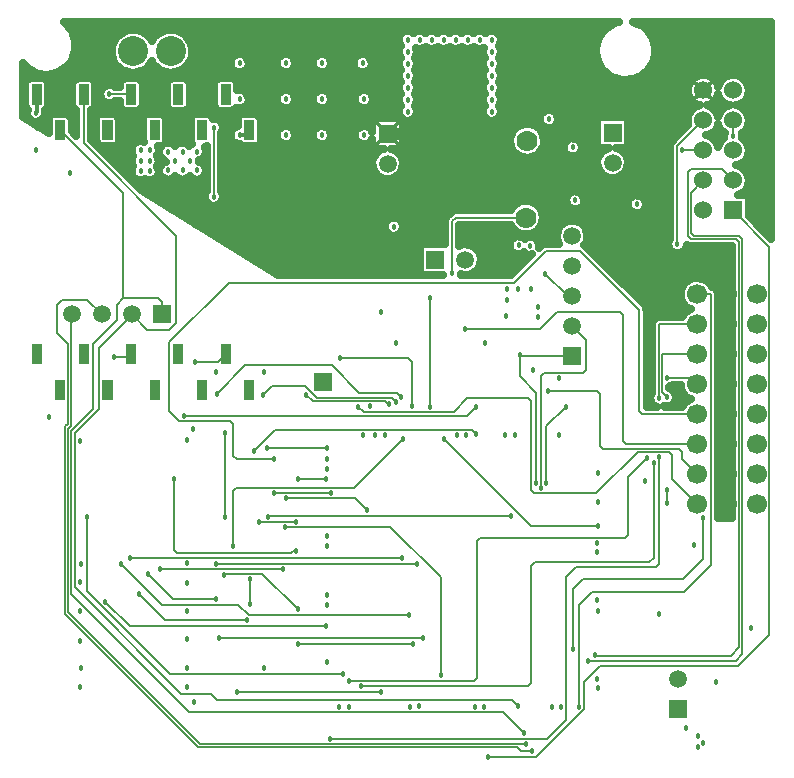
<source format=gbl>
G04 DipTrace 2.3.1.0*
%INAutoPilot.GBL*%
%MOIN*%
%ADD13C,0.012*%
%ADD14C,0.005*%
%ADD15C,0.04*%
%ADD18C,0.015*%
%ADD20C,0.018*%
%ADD23C,0.025*%
%ADD24C,0.013*%
%ADD28C,0.07*%
%ADD41C,0.0669*%
%ADD44R,0.0591X0.0591*%
%ADD46C,0.0591*%
%ADD65C,0.06*%
%ADD66R,0.06X0.06*%
%ADD67C,0.1*%
%FSLAX44Y44*%
G04*
G70*
G90*
G75*
G01*
%LNBottom*%
%LPD*%
X783Y22861D2*
D13*
Y22268D1*
X770Y22255D1*
X23800Y11200D2*
D15*
Y12200D1*
Y9200D2*
Y10200D1*
Y16200D2*
Y16801D1*
X23081Y17520D1*
X21670D1*
X20397D1*
X18952Y18965D1*
X18138D1*
X15543Y21560D1*
X12480D1*
X23800Y15200D2*
Y16200D1*
Y14200D2*
Y15200D1*
Y13200D2*
Y14200D1*
Y12200D2*
Y13200D1*
Y11200D2*
Y10200D1*
X21670Y17520D2*
D18*
Y20090D1*
X17760Y9910D2*
D14*
Y11800D1*
X18420Y12460D1*
X12522Y12546D2*
X12487D1*
X12395Y12638D1*
X9982D1*
X9760Y12860D1*
X13880Y12460D2*
Y16090D1*
X15837Y787D2*
X17441D1*
X19033Y2379D1*
Y3291D1*
X19555Y3813D1*
X24178D1*
X25210Y4845D1*
Y17790D1*
X24000Y19000D1*
X11500Y12460D2*
X11690Y12270D1*
X14680D1*
X15140Y12730D1*
X17150D1*
X17250Y12630D1*
Y9670D1*
X17350Y9570D1*
X19430D1*
X20820Y10960D1*
X21870D1*
X21970Y10860D1*
Y10030D1*
X22800Y9200D1*
X23005Y8742D2*
Y7367D1*
X22342Y6704D1*
X19006D1*
X18664Y6363D1*
Y4363D1*
X17840Y12990D2*
X19470D1*
X19570Y12890D1*
Y11160D1*
X19670Y11060D1*
X22190D1*
X22290Y10960D1*
Y10710D1*
X22800Y10200D1*
X19386Y4169D2*
Y4145D1*
X23915D1*
X24210Y4440D1*
Y17940D1*
X24110Y18040D1*
X22580D1*
X22480Y18140D1*
Y20280D1*
X22580Y20380D1*
X23620D1*
X24000Y20000D1*
X15077Y15032D2*
Y15038D1*
X17576D1*
X18134Y15596D1*
X20244D1*
X20333Y15507D1*
Y11300D1*
X20433Y11200D1*
X22800D1*
X19150Y3977D2*
Y3984D1*
X24084D1*
X24310Y4210D1*
Y18040D1*
X24210Y18140D1*
X22680D1*
X22580Y18240D1*
Y19580D1*
X23000Y20000D1*
X8690Y10710D2*
X7450D1*
X7340Y10820D1*
Y11890D1*
X7240Y11990D1*
X5523D1*
X5193Y12320D1*
Y14603D1*
X7184Y16594D1*
X16699D1*
X17759Y17654D1*
X18903D1*
X20878Y15679D1*
Y12300D1*
X20978Y12200D1*
X22800D1*
X11210Y3300D2*
X15370D1*
X15477Y3407D1*
Y7980D1*
X15577Y8080D1*
X20390D1*
X20494Y8184D1*
Y10104D1*
X21130Y10740D1*
X21800Y13420D2*
X22800D1*
Y13200D1*
X22310Y21000D2*
X23000D1*
X11610Y3130D2*
X17160D1*
X17265Y3235D1*
Y7130D1*
X17405Y7270D1*
X21210D1*
X21360Y7420D1*
Y10580D1*
X21791Y12770D2*
X21630Y12931D1*
Y14200D1*
X22800D1*
X24000Y21463D2*
Y22000D1*
X10559Y1385D2*
X17811D1*
X18430Y2004D1*
Y6792D1*
X18766Y7128D1*
X21430D1*
X21530Y7228D1*
Y10790D1*
X21540Y12731D2*
X21530D1*
Y15200D1*
X22800D1*
X21800Y9240D2*
Y9670D1*
X22140Y17870D2*
Y21140D1*
X23000Y22000D1*
X18863Y2460D2*
Y5841D1*
X19290Y6268D1*
X22351D1*
X23260Y7177D1*
Y16200D1*
X22800D1*
X10419Y10042D2*
X9499D1*
X10445Y11072D2*
X8468D1*
X15439Y11542D2*
X15299Y11682D1*
X8719D1*
X8023Y10986D1*
X15419Y12462D2*
X15119Y12162D1*
X5698D1*
X9433Y7662D2*
X9319D1*
X9249Y7592D1*
X5459D1*
X5359Y7692D1*
Y10042D1*
X10579Y9582D2*
X8699D1*
X8999Y7042D2*
X4879D1*
X10995Y3530D2*
X5241D1*
X2469Y6302D1*
Y8782D1*
X9059Y8452D2*
X12569D1*
X14249Y6772D1*
Y3522D1*
X11800Y9000D2*
X11389Y9411D1*
X9099D1*
X12259Y2962D2*
X7459D1*
X13319Y4542D2*
X9499D1*
X13659Y4741D2*
X6869D1*
X7899Y6702D2*
Y5872D1*
X7017Y6852D2*
Y6890D1*
X8305D1*
X9486Y5708D1*
X4479Y6882D2*
X5319Y6042D1*
X6769D1*
X4210Y6220D2*
X5068Y5362D1*
X7789D1*
X3051Y5960D2*
X3879Y5132D1*
X10419D1*
X13459Y7212D2*
X6769D1*
X3609D2*
X4959Y5862D1*
X7509D1*
X7859Y5512D1*
X13209D1*
X8509Y8792D2*
Y8805D1*
X16595D1*
X12950Y7420D2*
X3891D1*
X7059Y11572D2*
Y8782D1*
X9439Y8622D2*
X8179D1*
X12989Y11382D2*
X11359Y9752D1*
X7429D1*
X7329Y9652D1*
Y7822D1*
X7545Y21505D2*
D13*
X7695D1*
D14*
X7870Y21680D1*
X12758Y12616D2*
X12613Y12760D1*
X10120D1*
X9730Y13150D1*
X8620D1*
X8330Y12860D1*
X18634Y16143D2*
X18480D1*
X17740Y16883D1*
X16879Y14171D2*
Y13465D1*
X17420Y12924D1*
Y9910D1*
X18634Y14143D2*
X16907D1*
X16879Y14171D1*
X18634Y15143D2*
X19110Y14667D1*
Y13690D1*
X19010Y13590D1*
X17690D1*
X17590Y13490D1*
Y9740D1*
X14636Y16915D2*
Y18646D1*
X14750Y18760D1*
X17090D1*
X6695Y21755D2*
Y19455D1*
X12932Y12787D2*
X12792Y12926D1*
X11526D1*
X10622Y13830D1*
X7740D1*
X6780Y12870D1*
X14349Y11382D2*
X17249Y8482D1*
X19499D1*
X3210Y22870D2*
X3924D1*
X3933Y22861D1*
X10890Y14080D2*
X13160D1*
X13286Y13954D1*
Y12485D1*
X6070Y13930D2*
X6813D1*
X7083Y14200D1*
X17311Y973D2*
X16924D1*
X16792Y1106D1*
X6177D1*
X1729Y5554D1*
Y11801D1*
X1820Y11892D1*
Y14557D1*
X1450Y14926D1*
Y15841D1*
X1632Y16023D1*
X2452D1*
X2945Y15530D1*
X3370Y14105D2*
X3838D1*
X3933Y14200D1*
X17092Y1210D2*
X6236D1*
X1834Y5612D1*
Y11720D1*
X1938Y11825D1*
Y15523D1*
X1945Y15530D1*
X16820Y2480D2*
X16620Y2680D1*
X6780D1*
X6580Y2880D1*
X5595D1*
X2045Y6430D1*
Y11580D1*
X2845Y12380D1*
Y14405D1*
X3945Y15505D1*
Y15530D1*
X4470Y15005D1*
X5195D1*
X5420Y15230D1*
Y18160D1*
X2345Y21235D1*
Y22848D1*
X2358Y22861D1*
X17030Y1571D2*
X16320Y2280D1*
X5870D1*
X1938Y6212D1*
Y11658D1*
X2645Y12365D1*
Y14530D1*
X3445Y15330D1*
Y15855D1*
X3670Y16080D1*
X4820D1*
X4945Y15955D1*
Y15530D1*
X1571Y21680D2*
X3677Y19574D1*
Y16087D1*
X3670Y16080D1*
D20*
X10459Y3954D3*
X18209Y11514D3*
X770Y22255D3*
X1880Y20250D3*
X1181Y12101D3*
X21544Y5531D3*
X23421Y3290D3*
X22833Y1474D3*
X770Y22255D3*
X12522Y12546D3*
X9760Y12860D3*
X23005Y8742D3*
X18664Y4363D3*
X11210Y3300D3*
X21130Y10740D3*
X21800Y13420D3*
X11610Y3130D3*
X21360Y10580D3*
X21791Y12770D3*
X10559Y1385D3*
X21530Y10790D3*
X21540Y12731D3*
X18863Y2460D3*
X10419Y10042D3*
X9499D3*
X10445Y11072D3*
X8468D3*
X15439Y11542D3*
X8023Y10986D3*
X15419Y12462D3*
X5698Y12162D3*
X9433Y7662D3*
X5359Y10042D3*
X10579Y9582D3*
X8699D3*
X8999Y7042D3*
X4879D3*
X10995Y3530D3*
X2469Y8782D3*
X9059Y8452D3*
X14249Y3522D3*
X11800Y9000D3*
X9099Y9411D3*
X12259Y2962D3*
X7459D3*
X13319Y4542D3*
X9499D3*
X13659Y4741D3*
X6869D3*
X7899Y6702D3*
Y5872D3*
X7017Y6852D3*
X9486Y5708D3*
X4479Y6882D3*
X6769Y6042D3*
X4210Y6220D3*
X7789Y5362D3*
X3051Y5960D3*
X10419Y5132D3*
X13459Y7212D3*
X6769D3*
X3609D3*
X13209Y5512D3*
X8509Y8792D3*
X16595Y8805D3*
X12950Y7420D3*
X3891D3*
X7059Y11572D3*
Y8782D3*
X9439Y8622D3*
X8179D3*
X12989Y11382D3*
X7329Y7822D3*
X6001Y11701D3*
X18648Y21098D3*
X16837Y16373D3*
X8364Y3754D3*
X6020Y2620D3*
X7545Y21505D3*
X12695Y18455D3*
X22814Y1111D3*
X22683Y7844D3*
X8377Y13598D3*
X12758Y12616D3*
X8330Y12860D3*
X17740Y16883D3*
X6695Y21755D3*
Y19455D3*
X12932Y12787D3*
X6780Y12870D3*
X14349Y11382D3*
X19499Y8482D3*
X3210Y22870D3*
X10890Y14080D3*
X13286Y12485D3*
X6070Y13930D3*
X17311Y973D3*
X3370Y14105D3*
X17092Y1210D3*
X16820Y2480D3*
X17030Y1571D3*
X4545Y21005D3*
Y20655D3*
Y20305D3*
X4245Y21005D3*
Y20655D3*
Y20305D3*
X6120Y20955D3*
Y20330D3*
X5895Y20630D3*
X5645Y20955D3*
Y20330D3*
X5395Y20630D3*
X5170Y20955D3*
Y20330D3*
X15961Y23087D3*
X11645Y23905D3*
X11695Y21505D3*
X10295Y23905D3*
Y21505D3*
X9095Y23905D3*
X7545D3*
X15961Y23487D3*
X9095Y21505D3*
X11695Y22705D3*
X10295D3*
X9095D3*
X7545D3*
X15961Y23887D3*
Y24287D3*
Y24687D3*
X15561D3*
X15161D3*
X14761D3*
X14361D3*
X13961D3*
X13561D3*
X13161D3*
Y24287D3*
Y23887D3*
Y23487D3*
Y23087D3*
Y22687D3*
Y22287D3*
X15961Y22687D3*
Y22287D3*
X11908Y12467D3*
X5782Y7251D3*
Y5651D3*
Y3751D3*
Y11351D3*
Y3101D3*
X2232Y4651D3*
Y6601D3*
X19509Y10262D3*
X12379Y11508D3*
X11659Y11512D3*
X19467Y7909D3*
X19464Y6012D3*
X19470Y3380D3*
X18259Y2462D3*
X15709D3*
X13530Y2473D3*
X11180Y2462D3*
X10459Y5862D3*
Y7821D3*
X10467Y10370D3*
X16409Y11512D3*
X14809D3*
X19510Y9270D3*
X770Y21005D3*
X17488Y15443D3*
X16447Y16008D3*
X16413Y15493D3*
X16849Y17835D3*
X17238Y17828D3*
X18648Y21098D3*
X5782Y6577D3*
Y4701D3*
X23000Y1250D3*
X2232Y11301D3*
X20790Y19200D3*
X2273Y3742D3*
X12260Y15620D3*
X2232Y3101D3*
Y5651D3*
X2276Y7201D3*
X6001Y11701D3*
X15743Y14588D3*
X18209Y13421D3*
X12771Y14580D3*
X12059Y11512D3*
X21065Y9974D3*
X19476Y7600D3*
X19491Y5635D3*
X19499Y3081D3*
X6770Y13620D3*
X17959Y2462D3*
X22440Y1760D3*
X15409Y2462D3*
X24605Y5095D3*
X13228Y2462D3*
X23421Y3290D3*
X10859Y2462D3*
X18740Y19332D3*
X10468Y6189D3*
X17862Y22038D3*
X10447Y8148D3*
X17342Y13688D3*
X10459Y10712D3*
X16715Y11500D3*
X1181Y12101D3*
X15109Y11512D3*
X1880Y20250D3*
X21670Y20090D3*
X17488Y15793D3*
X18420Y12460D3*
X16463Y16368D3*
X17760Y9910D3*
X17263Y16393D3*
X13880Y16090D3*
Y12460D3*
X15837Y787D3*
X11500Y12460D3*
X17840Y12990D3*
X19386Y4169D3*
X15077Y15032D3*
X19150Y3977D3*
X8690Y10710D3*
X22310Y21000D3*
X24000Y21463D3*
X21800Y9670D3*
Y9240D3*
X22140Y17870D3*
X17420Y9910D3*
X16879Y14171D3*
X17590Y9740D3*
X14636Y16915D3*
X1945Y25026D2*
D23*
X19712D1*
X21125D2*
X25251D1*
X2063Y24778D2*
X3434D1*
X4555D2*
X4684D1*
X5805D2*
X12848D1*
X16273D2*
X19524D1*
X21309D2*
X25251D1*
X2102Y24529D2*
X3294D1*
X5945D2*
X12876D1*
X16242D2*
X19438D1*
X21398D2*
X25251D1*
X2074Y24280D2*
X3259D1*
X5981D2*
X12833D1*
X13488D2*
X15634D1*
X16289D2*
X19419D1*
X21418D2*
X25251D1*
X1981Y24032D2*
X3313D1*
X5930D2*
X7243D1*
X7844D2*
X8794D1*
X9395D2*
X9993D1*
X10594D2*
X11345D1*
X11945D2*
X12868D1*
X13453D2*
X15669D1*
X16250D2*
X19462D1*
X21371D2*
X25251D1*
X1789Y23783D2*
X3485D1*
X4504D2*
X4735D1*
X5754D2*
X7243D1*
X7848D2*
X8794D1*
X9398D2*
X9993D1*
X10598D2*
X11345D1*
X11945D2*
X12852D1*
X13469D2*
X15653D1*
X16270D2*
X19583D1*
X21254D2*
X25251D1*
X344Y23534D2*
X934D1*
X1266D2*
X12837D1*
X13484D2*
X15638D1*
X16285D2*
X19825D1*
X21012D2*
X25251D1*
X1168Y23285D2*
X1973D1*
X2742D2*
X3548D1*
X4316D2*
X5122D1*
X5895D2*
X6696D1*
X7469D2*
X12907D1*
X13414D2*
X15708D1*
X16215D2*
X22548D1*
X24449D2*
X25251D1*
X1188Y23037D2*
X1954D1*
X2762D2*
X2931D1*
X4340D2*
X5102D1*
X5914D2*
X6677D1*
X7488D2*
X12837D1*
X13484D2*
X15638D1*
X16285D2*
X22462D1*
X24535D2*
X25251D1*
X1188Y22788D2*
X1954D1*
X2762D2*
X2894D1*
X4340D2*
X5102D1*
X5914D2*
X6677D1*
X7859D2*
X8778D1*
X9410D2*
X9977D1*
X10609D2*
X11380D1*
X12012D2*
X12848D1*
X13473D2*
X15649D1*
X16270D2*
X22509D1*
X24492D2*
X25251D1*
X1188Y22539D2*
X1954D1*
X2762D2*
X3528D1*
X4340D2*
X5102D1*
X5914D2*
X6677D1*
X7824D2*
X8817D1*
X9375D2*
X10016D1*
X10574D2*
X11415D1*
X11973D2*
X12872D1*
X13449D2*
X15673D1*
X16250D2*
X22751D1*
X23250D2*
X23751D1*
X24250D2*
X25251D1*
X1094Y22291D2*
X2083D1*
X2609D2*
X12833D1*
X13488D2*
X15634D1*
X16289D2*
X17669D1*
X18055D2*
X22552D1*
X24449D2*
X25251D1*
X1012Y22042D2*
X1169D1*
X2609D2*
X2745D1*
X3551D2*
X4317D1*
X5125D2*
X5891D1*
X6816D2*
X7466D1*
X8273D2*
X11946D1*
X13363D2*
X15759D1*
X16164D2*
X17536D1*
X18191D2*
X19446D1*
X20512D2*
X22466D1*
X24535D2*
X25251D1*
X844Y21793D2*
X1165D1*
X2609D2*
X2737D1*
X3551D2*
X4313D1*
X5125D2*
X5891D1*
X7020D2*
X7427D1*
X8273D2*
X8977D1*
X9214D2*
X10177D1*
X10411D2*
X11579D1*
X11812D2*
X11946D1*
X13012D2*
X16802D1*
X17457D2*
X17661D1*
X18066D2*
X19446D1*
X20512D2*
X22431D1*
X24496D2*
X25251D1*
X2609Y21545D2*
X2737D1*
X3551D2*
X4313D1*
X5125D2*
X5891D1*
X6957D2*
X7220D1*
X8273D2*
X8770D1*
X9422D2*
X9970D1*
X10621D2*
X11368D1*
X13012D2*
X16591D1*
X17672D2*
X19446D1*
X20512D2*
X22184D1*
X23262D2*
X23684D1*
X24316D2*
X25251D1*
X3547Y21296D2*
X4138D1*
X5121D2*
X5895D1*
X6957D2*
X7302D1*
X8270D2*
X8852D1*
X9340D2*
X10052D1*
X10539D2*
X11450D1*
X13012D2*
X16544D1*
X17715D2*
X18395D1*
X18902D2*
X19446D1*
X20512D2*
X21934D1*
X24445D2*
X25251D1*
X2895Y21047D2*
X3919D1*
X6957D2*
X12309D1*
X12648D2*
X16610D1*
X17648D2*
X18325D1*
X18973D2*
X19735D1*
X20227D2*
X21876D1*
X24535D2*
X25251D1*
X3145Y20799D2*
X3954D1*
X6957D2*
X12005D1*
X12953D2*
X16891D1*
X17367D2*
X18575D1*
X18717D2*
X19493D1*
X20469D2*
X21876D1*
X24496D2*
X25251D1*
X3391Y20550D2*
X3934D1*
X6957D2*
X11946D1*
X13012D2*
X19450D1*
X20512D2*
X21876D1*
X24270D2*
X25251D1*
X3641Y20301D2*
X3919D1*
X6957D2*
X12016D1*
X12941D2*
X19536D1*
X20422D2*
X21876D1*
X24441D2*
X25251D1*
X3891Y20053D2*
X4052D1*
X4738D2*
X5024D1*
X5316D2*
X5497D1*
X5793D2*
X5973D1*
X6266D2*
X6431D1*
X6957D2*
X21876D1*
X24535D2*
X25251D1*
X4137Y19804D2*
X6431D1*
X6957D2*
X21876D1*
X24500D2*
X25251D1*
X4457Y19555D2*
X6384D1*
X7004D2*
X18509D1*
X18969D2*
X21876D1*
X24281D2*
X25251D1*
X4859Y19306D2*
X6407D1*
X6984D2*
X16931D1*
X17250D2*
X18415D1*
X19066D2*
X20481D1*
X21098D2*
X21876D1*
X24539D2*
X25251D1*
X5258Y19058D2*
X16587D1*
X17594D2*
X18587D1*
X18895D2*
X20497D1*
X21082D2*
X21876D1*
X24539D2*
X25251D1*
X5660Y18809D2*
X14438D1*
X17676D2*
X21876D1*
X24551D2*
X25251D1*
X6063Y18560D2*
X12388D1*
X13004D2*
X14372D1*
X17641D2*
X18321D1*
X18949D2*
X21876D1*
X24801D2*
X25251D1*
X6461Y18312D2*
X12403D1*
X12988D2*
X14372D1*
X14898D2*
X16723D1*
X17457D2*
X18130D1*
X19137D2*
X21876D1*
X25051D2*
X25251D1*
X6863Y18063D2*
X14372D1*
X14898D2*
X16626D1*
X17453D2*
X18106D1*
X19160D2*
X21876D1*
X7266Y17814D2*
X13544D1*
X15328D2*
X16520D1*
X19102D2*
X21817D1*
X7668Y17566D2*
X13544D1*
X15566D2*
X16684D1*
X19352D2*
X23946D1*
X8066Y17317D2*
X13544D1*
X15609D2*
X17059D1*
X19602D2*
X23946D1*
X8469Y17068D2*
X13544D1*
X15520D2*
X16813D1*
X19848D2*
X23946D1*
X20098Y16820D2*
X23946D1*
X20348Y16571D2*
X22372D1*
X23227D2*
X23946D1*
X20594Y16322D2*
X22243D1*
X23488D2*
X23946D1*
X20844Y16074D2*
X22243D1*
X23523D2*
X23946D1*
X21090Y15825D2*
X22376D1*
X23523D2*
X23946D1*
X21141Y15576D2*
X22376D1*
X23523D2*
X23946D1*
X21141Y15327D2*
X21306D1*
X23523D2*
X23946D1*
X21141Y15079D2*
X21270D1*
X23523D2*
X23946D1*
X21141Y14830D2*
X21270D1*
X23523D2*
X23946D1*
X21141Y14581D2*
X21270D1*
X23523D2*
X23946D1*
X21141Y14333D2*
X21270D1*
X23523D2*
X23946D1*
X21141Y14084D2*
X21270D1*
X23523D2*
X23946D1*
X21141Y13835D2*
X21270D1*
X23523D2*
X23946D1*
X21141Y13587D2*
X21270D1*
X23523D2*
X23946D1*
X21141Y13338D2*
X21270D1*
X23523D2*
X23946D1*
X21141Y13089D2*
X21270D1*
X21895D2*
X22239D1*
X23523D2*
X23946D1*
X22109Y12841D2*
X22360D1*
X23523D2*
X23946D1*
X22063Y12592D2*
X22391D1*
X23523D2*
X23946D1*
X23523Y12343D2*
X23946D1*
X23523Y12095D2*
X23946D1*
X23523Y11846D2*
X23946D1*
X23523Y11597D2*
X23946D1*
X23523Y11348D2*
X23946D1*
X23523Y11100D2*
X23946D1*
X23523Y10851D2*
X23946D1*
X23523Y10602D2*
X23946D1*
X23523Y10354D2*
X23946D1*
X23523Y10105D2*
X23946D1*
X23523Y9856D2*
X23946D1*
X23523Y9608D2*
X23946D1*
X23523Y9359D2*
X23946D1*
X23523Y9110D2*
X23946D1*
X23523Y8862D2*
X23946D1*
X17639Y18636D2*
X17599Y18518D1*
X17533Y18412D1*
X17445Y18323D1*
X17340Y18256D1*
X17223Y18213D1*
X17100Y18197D1*
X16975Y18209D1*
X16857Y18248D1*
X16750Y18312D1*
X16659Y18398D1*
X16583Y18520D1*
X14875Y18522D1*
X14874Y17822D1*
X14933Y17847D1*
X15056Y17867D1*
X15181Y17857D1*
X15299Y17816D1*
X15403Y17749D1*
X15488Y17657D1*
X15548Y17548D1*
X15580Y17428D1*
X15585Y17359D1*
X15569Y17235D1*
X15525Y17119D1*
X15453Y17017D1*
X15358Y16936D1*
X15247Y16880D1*
X15125Y16853D1*
X15000Y16857D1*
X14936Y16875D1*
X14934Y16832D1*
X16602D1*
X17302Y17533D1*
X17214Y17526D1*
X17095Y17561D1*
X17044Y17603D1*
X16948Y17549D1*
X16825Y17533D1*
X16706Y17568D1*
X16611Y17648D1*
X16556Y17759D1*
X16550Y17883D1*
X16594Y17999D1*
X16681Y18087D1*
X16796Y18133D1*
X16920Y18129D1*
X17032Y18076D1*
X17045Y18061D1*
X17070Y18080D1*
X17185Y18126D1*
X17309Y18122D1*
X17421Y18069D1*
X17503Y17975D1*
X17541Y17828D1*
X17526Y17756D1*
X17591Y17822D1*
X17702Y17884D1*
X17884Y17892D1*
X18193D1*
X18135Y18047D1*
X18126Y18171D1*
X18149Y18294D1*
X18200Y18407D1*
X18277Y18505D1*
X18376Y18581D1*
X18491Y18631D1*
X18614Y18651D1*
X18738Y18640D1*
X18856Y18600D1*
X18961Y18532D1*
X19046Y18441D1*
X19106Y18332D1*
X19138Y18211D1*
X19142Y18143D1*
X19127Y18019D1*
X19082Y17903D1*
X19044Y17849D1*
X21046Y15847D1*
X21108Y15736D1*
X21116Y15554D1*
Y12441D1*
X21466Y12438D1*
X21397Y12464D1*
X21302Y12543D1*
X21247Y12655D1*
X21241Y12779D1*
X21294Y12903D1*
X21292Y15200D1*
X21324Y15319D1*
X21412Y15406D1*
X21530Y15438D1*
X22307D1*
X22395Y15569D1*
X22489Y15651D1*
X22582Y15700D1*
X22545Y15715D1*
X22442Y15785D1*
X22358Y15877D1*
X22296Y15985D1*
X22261Y16105D1*
X22253Y16230D1*
X22274Y16352D1*
X22322Y16468D1*
X22395Y16569D1*
X22489Y16651D1*
X22599Y16709D1*
X22720Y16742D1*
X22844Y16746D1*
X22967Y16722D1*
X23080Y16670D1*
X23180Y16595D1*
X23259Y16499D1*
X23292Y16432D1*
X23379Y16406D1*
X23466Y16318D1*
X23498Y16200D1*
Y8751D1*
X23974D1*
X23972Y10315D1*
Y17803D1*
X22580Y17802D1*
X22458Y17837D1*
X22481Y17824D1*
X22346Y17647D1*
X22239Y17584D1*
X22116Y17568D1*
X21997Y17603D1*
X21902Y17683D1*
X21847Y17794D1*
X21841Y17918D1*
X21885Y18034D1*
X21904Y18053D1*
X21902Y20370D1*
Y21140D1*
X21937Y21262D1*
X22060Y21397D1*
X22510Y21847D1*
X22487Y22013D1*
X22506Y22137D1*
X22553Y22252D1*
X22627Y22352D1*
X22723Y22432D1*
X22836Y22486D1*
X22882Y22501D1*
X22765Y22544D1*
X22662Y22614D1*
X22579Y22707D1*
X22521Y22817D1*
X22491Y22939D1*
Y23063D1*
X22521Y23184D1*
X22580Y23294D1*
X22663Y23387D1*
X22766Y23457D1*
X22884Y23500D1*
X23008Y23513D1*
X23131Y23496D1*
X23247Y23450D1*
X23348Y23377D1*
X23429Y23282D1*
X23484Y23170D1*
X23500Y23114D1*
X23553Y23252D1*
X23627Y23352D1*
X23723Y23432D1*
X23836Y23486D1*
X23958Y23511D1*
X24082Y23506D1*
X24202Y23472D1*
X24310Y23409D1*
X24399Y23322D1*
X24465Y23216D1*
X24504Y23098D1*
X24513Y23000D1*
X24498Y22876D1*
X24453Y22760D1*
X24382Y22658D1*
X24288Y22575D1*
X24177Y22519D1*
X24105Y22502D1*
X24202Y22472D1*
X24310Y22409D1*
X24399Y22322D1*
X24465Y22216D1*
X24504Y22098D1*
X24513Y22000D1*
X24498Y21876D1*
X24453Y21760D1*
X24382Y21658D1*
X24285Y21574D1*
X24303Y21463D1*
X24294Y21421D1*
X24399Y21322D1*
X24465Y21216D1*
X24504Y21098D1*
X24513Y21000D1*
X24498Y20876D1*
X24453Y20760D1*
X24382Y20658D1*
X24288Y20575D1*
X24177Y20519D1*
X24105Y20502D1*
X24202Y20472D1*
X24310Y20409D1*
X24399Y20322D1*
X24465Y20216D1*
X24504Y20098D1*
X24513Y20000D1*
X24498Y19876D1*
X24453Y19760D1*
X24382Y19658D1*
X24288Y19575D1*
X24151Y19512D1*
X24513Y19513D1*
Y18822D1*
X25276Y18061D1*
X25275Y24001D1*
Y25275D1*
X20654D1*
X20806Y25224D1*
X20917Y25167D1*
X21020Y25096D1*
X21113Y25013D1*
X21195Y24919D1*
X21264Y24815D1*
X21319Y24702D1*
X21360Y24584D1*
X21385Y24462D1*
X21394Y24328D1*
X21386Y24203D1*
X21362Y24081D1*
X21323Y23962D1*
X21269Y23850D1*
X21201Y23745D1*
X21120Y23650D1*
X21027Y23566D1*
X20925Y23494D1*
X20814Y23436D1*
X20697Y23393D1*
X20575Y23365D1*
X20451Y23352D1*
X20326Y23356D1*
X20203Y23376D1*
X20083Y23411D1*
X19969Y23461D1*
X19862Y23525D1*
X19764Y23603D1*
X19677Y23692D1*
X19601Y23792D1*
X19540Y23901D1*
X19492Y24016D1*
X19460Y24137D1*
X19444Y24261D1*
X19443Y24386D1*
X19458Y24510D1*
X19489Y24631D1*
X19536Y24747D1*
X19596Y24856D1*
X19670Y24956D1*
X19757Y25047D1*
X19854Y25125D1*
X19960Y25191D1*
X20074Y25242D1*
X20183Y25275D1*
X1693D1*
X1796Y25185D1*
X1877Y25091D1*
X1946Y24987D1*
X2002Y24875D1*
X2042Y24756D1*
X2067Y24634D1*
X2076Y24500D1*
X2068Y24375D1*
X2044Y24253D1*
X2005Y24134D1*
X1951Y24022D1*
X1883Y23917D1*
X1802Y23822D1*
X1710Y23738D1*
X1607Y23666D1*
X1497Y23608D1*
X1380Y23565D1*
X1258Y23537D1*
X1134Y23524D1*
X1009Y23528D1*
X885Y23548D1*
X766Y23583D1*
X651Y23633D1*
X544Y23697D1*
X446Y23775D1*
X319Y23917D1*
Y22775D1*
X317Y22103D1*
X1191Y21564D1*
X1190Y22015D1*
X1226Y22133D1*
X1325Y22211D1*
X1403Y22228D1*
X1738D1*
X1856Y22192D1*
X1935Y22093D1*
X1951Y22015D1*
Y21636D1*
X2107Y21485D1*
Y22333D1*
X2073Y22349D1*
X1994Y22448D1*
X1978Y22526D1*
Y23196D1*
X2014Y23314D1*
X2112Y23393D1*
X2191Y23409D1*
X2526D1*
X2643Y23373D1*
X2722Y23274D1*
X2739Y23196D1*
Y22526D1*
X2703Y22409D1*
X2604Y22330D1*
X2674Y22375D1*
X2583Y22223D1*
Y21330D1*
X3486Y20431D1*
X4245Y19671D1*
X8828Y16831D1*
X14344Y16832D1*
X14342Y16851D1*
X13568D1*
Y17867D1*
X14400D1*
X14398Y18646D1*
X14433Y18768D1*
X14414Y18731D1*
X14467Y18814D1*
X14582Y18929D1*
X14676Y18986D1*
X14633Y18967D1*
X14750Y18998D1*
X16582D1*
X16636Y19093D1*
X16721Y19185D1*
X16823Y19256D1*
X16939Y19303D1*
X17062Y19323D1*
X17187Y19315D1*
X17306Y19280D1*
X17416Y19220D1*
X17509Y19137D1*
X17581Y19035D1*
X17630Y18920D1*
X17653Y18760D1*
X17639Y18636D1*
X17679Y21195D2*
X17638Y21077D1*
X17572Y20971D1*
X17485Y20882D1*
X17380Y20815D1*
X17262Y20772D1*
X17139Y20756D1*
X17015Y20768D1*
X16896Y20807D1*
X16789Y20871D1*
X16699Y20957D1*
X16629Y21060D1*
X16585Y21177D1*
X16567Y21300D1*
X16576Y21425D1*
X16613Y21544D1*
X16675Y21652D1*
X16760Y21744D1*
X16862Y21815D1*
X16978Y21861D1*
X17101Y21881D1*
X17226Y21874D1*
X17346Y21839D1*
X17455Y21779D1*
X17548Y21696D1*
X17621Y21594D1*
X17669Y21479D1*
X17692Y21319D1*
X17679Y21195D1*
X22309Y12435D2*
X22395Y12569D1*
X22489Y12651D1*
X22582Y12700D1*
X22545Y12715D1*
X22442Y12785D1*
X22358Y12877D1*
X22296Y12985D1*
X22261Y13105D1*
X22256Y13179D1*
X21984Y13182D1*
X21899Y13134D1*
X21864Y13129D1*
X21868Y13063D1*
X21974Y13011D1*
X22056Y12917D1*
X22094Y12770D1*
X22069Y12648D1*
X21997Y12547D1*
X21890Y12484D1*
X21767Y12468D1*
X21711Y12484D1*
X21728Y12438D1*
X22310D1*
X19597Y22098D2*
X20489D1*
Y21082D1*
X20110D1*
X20203Y21047D1*
X20307Y20980D1*
X20392Y20888D1*
X20452Y20779D1*
X20484Y20659D1*
X20489Y20590D1*
X20473Y20466D1*
X20428Y20350D1*
X20357Y20248D1*
X20262Y20167D1*
X20151Y20111D1*
X20029Y20084D1*
X19904Y20088D1*
X19784Y20121D1*
X19676Y20183D1*
X19586Y20270D1*
X19520Y20375D1*
X19481Y20494D1*
X19473Y20618D1*
X19495Y20741D1*
X19546Y20855D1*
X19624Y20952D1*
X19723Y21028D1*
X19864Y21082D1*
X19472D1*
Y22098D1*
X19597D1*
X11997Y22068D2*
X12951D1*
X12923Y22100D1*
X12867Y22211D1*
X12862Y22335D1*
X12906Y22451D1*
X12936Y22481D1*
X12867Y22611D1*
X12862Y22735D1*
X12906Y22851D1*
X12936Y22881D1*
X12867Y23011D1*
X12862Y23135D1*
X12906Y23251D1*
X12936Y23281D1*
X12867Y23411D1*
X12862Y23535D1*
X12906Y23651D1*
X12936Y23681D1*
X12867Y23811D1*
X12862Y23935D1*
X12906Y24051D1*
X12936Y24081D1*
X12867Y24211D1*
X12862Y24335D1*
X12906Y24451D1*
X12936Y24481D1*
X12867Y24611D1*
X12862Y24735D1*
X12906Y24851D1*
X12993Y24939D1*
X13108Y24985D1*
X13232Y24981D1*
X13344Y24928D1*
X13357Y24913D1*
X13393Y24939D1*
X13508Y24985D1*
X13632Y24981D1*
X13744Y24928D1*
X13757Y24913D1*
X13793Y24939D1*
X13908Y24985D1*
X14032Y24981D1*
X14144Y24928D1*
X14157Y24913D1*
X14193Y24939D1*
X14308Y24985D1*
X14432Y24981D1*
X14544Y24928D1*
X14557Y24913D1*
X14593Y24939D1*
X14708Y24985D1*
X14832Y24981D1*
X14944Y24928D1*
X14957Y24913D1*
X14993Y24939D1*
X15108Y24985D1*
X15232Y24981D1*
X15344Y24928D1*
X15357Y24913D1*
X15393Y24939D1*
X15508Y24985D1*
X15632Y24981D1*
X15744Y24928D1*
X15757Y24913D1*
X15793Y24939D1*
X15908Y24985D1*
X16032Y24981D1*
X16144Y24928D1*
X16226Y24834D1*
X16264Y24687D1*
X16238Y24565D1*
X16187Y24493D1*
X16226Y24434D1*
X16264Y24287D1*
X16238Y24165D1*
X16187Y24093D1*
X16226Y24034D1*
X16264Y23887D1*
X16238Y23765D1*
X16187Y23693D1*
X16226Y23634D1*
X16264Y23487D1*
X16238Y23365D1*
X16187Y23293D1*
X16226Y23234D1*
X16264Y23087D1*
X16238Y22965D1*
X16187Y22893D1*
X16226Y22834D1*
X16264Y22687D1*
X16238Y22565D1*
X16187Y22493D1*
X16226Y22434D1*
X16264Y22287D1*
X16238Y22165D1*
X16166Y22064D1*
X16060Y22001D1*
X15937Y21985D1*
X15818Y22020D1*
X15723Y22100D1*
X15667Y22211D1*
X15662Y22335D1*
X15706Y22451D1*
X15736Y22481D1*
X15667Y22611D1*
X15662Y22735D1*
X15706Y22851D1*
X15736Y22881D1*
X15667Y23011D1*
X15662Y23135D1*
X15706Y23251D1*
X15736Y23281D1*
X15667Y23411D1*
X15662Y23535D1*
X15706Y23651D1*
X15736Y23681D1*
X15667Y23811D1*
X15662Y23935D1*
X15706Y24051D1*
X15736Y24081D1*
X15667Y24211D1*
X15662Y24335D1*
X15691Y24411D1*
X15537Y24385D1*
X15418Y24420D1*
X15367Y24462D1*
X15260Y24401D1*
X15137Y24385D1*
X15018Y24420D1*
X14967Y24462D1*
X14860Y24401D1*
X14737Y24385D1*
X14618Y24420D1*
X14567Y24462D1*
X14460Y24401D1*
X14337Y24385D1*
X14218Y24420D1*
X14167Y24462D1*
X14060Y24401D1*
X13937Y24385D1*
X13818Y24420D1*
X13767Y24462D1*
X13660Y24401D1*
X13537Y24385D1*
X13436Y24414D1*
X13464Y24287D1*
X13438Y24165D1*
X13387Y24093D1*
X13426Y24034D1*
X13464Y23887D1*
X13438Y23765D1*
X13387Y23693D1*
X13426Y23634D1*
X13464Y23487D1*
X13438Y23365D1*
X13387Y23293D1*
X13426Y23234D1*
X13464Y23087D1*
X13438Y22965D1*
X13387Y22893D1*
X13426Y22834D1*
X13464Y22687D1*
X13438Y22565D1*
X13387Y22493D1*
X13426Y22434D1*
X13464Y22287D1*
X13438Y22165D1*
X13366Y22064D1*
X13260Y22001D1*
X13137Y21985D1*
X13018Y22020D1*
X12923Y22100D1*
X12988Y22038D1*
Y21052D1*
X12608D1*
X12702Y21017D1*
X12807Y20949D1*
X12892Y20858D1*
X12952Y20749D1*
X12984Y20628D1*
X12988Y20560D1*
X12973Y20436D1*
X12928Y20320D1*
X12856Y20218D1*
X12762Y20137D1*
X12650Y20081D1*
X12528Y20054D1*
X12404Y20057D1*
X12284Y20091D1*
X12175Y20153D1*
X12086Y20239D1*
X12019Y20345D1*
X11981Y20464D1*
X11973Y20588D1*
X11995Y20711D1*
X12046Y20825D1*
X12123Y20922D1*
X12222Y20998D1*
X12364Y21052D1*
X11972D1*
Y21382D1*
X11901Y21282D1*
X11794Y21219D1*
X11671Y21203D1*
X11552Y21238D1*
X11457Y21318D1*
X11402Y21429D1*
X11396Y21553D1*
X11440Y21669D1*
X11527Y21757D1*
X11642Y21803D1*
X11766Y21799D1*
X11879Y21746D1*
X11960Y21652D1*
X11972Y21612D1*
Y22068D1*
X11997D1*
X7828Y22228D2*
X8037D1*
X8155Y22192D1*
X8234Y22093D1*
X8250Y22015D1*
Y21345D1*
X8215Y21227D1*
X8116Y21149D1*
X8037Y21132D1*
X7703D1*
X7582Y21171D1*
X7552Y21197D1*
X7402Y21238D1*
X7307Y21318D1*
X7252Y21429D1*
X7246Y21553D1*
X7290Y21669D1*
X7377Y21757D1*
X7489Y21802D1*
X7490Y22015D1*
X7525Y22133D1*
X7624Y22211D1*
X7703Y22228D1*
X7828D1*
X7040Y23409D2*
X7250D1*
X7368Y23373D1*
X7447Y23274D1*
X7463Y23196D1*
Y22997D1*
X7492Y23003D1*
X7616Y22999D1*
X7729Y22946D1*
X7810Y22852D1*
X7848Y22705D1*
X7823Y22584D1*
X7751Y22482D1*
X7644Y22419D1*
X7521Y22403D1*
X7435Y22428D1*
X7427Y22409D1*
X7328Y22330D1*
X7250Y22313D1*
X6915D1*
X6797Y22349D1*
X6718Y22448D1*
X6702Y22526D1*
Y23196D1*
X6738Y23314D1*
X6837Y23393D1*
X6915Y23409D1*
X7040D1*
X6253Y22228D2*
X6463D1*
X6580Y22192D1*
X6659Y22093D1*
X6671Y22057D1*
X6766Y22049D1*
X6879Y21996D1*
X6960Y21902D1*
X6998Y21755D1*
X6973Y21634D1*
X6934Y21580D1*
X6933Y19642D1*
X6960Y19602D1*
X6998Y19455D1*
X6973Y19334D1*
X6901Y19232D1*
X6794Y19169D1*
X6671Y19153D1*
X6552Y19188D1*
X6457Y19268D1*
X6402Y19379D1*
X6396Y19503D1*
X6440Y19619D1*
X6459Y19638D1*
X6457Y21131D1*
X6385Y21102D1*
X6423Y20955D1*
X6398Y20834D1*
X6326Y20732D1*
X6219Y20669D1*
X6192Y20665D1*
X6197Y20626D1*
X6304Y20571D1*
X6385Y20477D1*
X6423Y20330D1*
X6398Y20209D1*
X6326Y20107D1*
X6219Y20044D1*
X6096Y20028D1*
X5977Y20063D1*
X5885Y20140D1*
X5851Y20107D1*
X5744Y20044D1*
X5621Y20028D1*
X5502Y20063D1*
X5410Y20140D1*
X5376Y20107D1*
X5269Y20044D1*
X5146Y20028D1*
X5027Y20063D1*
X4932Y20143D1*
X4877Y20254D1*
X4871Y20378D1*
X4915Y20494D1*
X5002Y20582D1*
X5092Y20618D1*
X5027Y20688D1*
X4932Y20768D1*
X4877Y20879D1*
X4871Y21003D1*
X4915Y21119D1*
X4934Y21138D1*
X4821Y21132D1*
X4848Y21005D1*
X4823Y20884D1*
X4789Y20836D1*
X4810Y20802D1*
X4848Y20655D1*
X4823Y20534D1*
X4789Y20486D1*
X4810Y20452D1*
X4848Y20305D1*
X4823Y20184D1*
X4751Y20082D1*
X4644Y20019D1*
X4521Y20003D1*
X4399Y20040D1*
X4344Y20019D1*
X4221Y20003D1*
X4102Y20038D1*
X4007Y20118D1*
X3952Y20229D1*
X3946Y20353D1*
X3998Y20477D1*
X3952Y20579D1*
X3946Y20703D1*
X3998Y20827D1*
X3952Y20929D1*
X3946Y21053D1*
X3990Y21169D1*
X4077Y21257D1*
X4192Y21303D1*
X4316Y21299D1*
X4348Y21284D1*
X4340Y21345D1*
Y22015D1*
X4376Y22133D1*
X4475Y22211D1*
X4553Y22228D1*
X4888D1*
X5006Y22192D1*
X5085Y22093D1*
X5101Y22015D1*
X5095Y21302D1*
X5117Y21253D1*
X5241Y21249D1*
X5354Y21196D1*
X5402Y21140D1*
X5477Y21207D1*
X5592Y21253D1*
X5716Y21249D1*
X5829Y21196D1*
X5877Y21140D1*
X5963Y21212D1*
X5919Y21302D1*
X5915Y21595D1*
Y22015D1*
X5951Y22133D1*
X6049Y22211D1*
X6128Y22228D1*
X6253D1*
X5465Y23409D2*
X5675D1*
X5793Y23373D1*
X5872Y23274D1*
X5888Y23196D1*
Y22526D1*
X5852Y22409D1*
X5754Y22330D1*
X5675Y22313D1*
X5340D1*
X5223Y22349D1*
X5144Y22448D1*
X5127Y22526D1*
Y23196D1*
X5163Y23314D1*
X5262Y23393D1*
X5340Y23409D1*
X5465D1*
X3891D2*
X4100D1*
X4218Y23373D1*
X4297Y23274D1*
X4313Y23196D1*
Y22526D1*
X4278Y22409D1*
X4179Y22330D1*
X4100Y22313D1*
X3766D1*
X3648Y22349D1*
X3569Y22448D1*
X3553Y22526D1*
X3549Y22632D1*
X3397D1*
X3309Y22584D1*
X3186Y22568D1*
X3067Y22603D1*
X2972Y22683D1*
X2917Y22794D1*
X2911Y22918D1*
X2955Y23034D1*
X3042Y23122D1*
X3157Y23168D1*
X3281Y23164D1*
X3396Y23108D1*
X3550D1*
X3553Y23196D1*
X3588Y23314D1*
X3687Y23393D1*
X3766Y23409D1*
X3891D1*
X3103Y22228D2*
X3313D1*
X3431Y22192D1*
X3510Y22093D1*
X3526Y22015D1*
Y21345D1*
X3490Y21227D1*
X3391Y21149D1*
X3313Y21132D1*
X2978D1*
X2860Y21168D1*
X2781Y21267D1*
X2765Y21345D1*
Y22015D1*
X2801Y22133D1*
X2900Y22211D1*
X2978Y22228D1*
X3103D1*
X741Y23409D2*
X951D1*
X1069Y23373D1*
X1148Y23274D1*
X1164Y23196D1*
Y22526D1*
X1125Y22406D1*
X1099Y22375D1*
X1072Y22284D1*
X1048Y22134D1*
X976Y22032D1*
X869Y21969D1*
X746Y21953D1*
X627Y21988D1*
X532Y22068D1*
X477Y22179D1*
X471Y22303D1*
X492Y22357D1*
X467Y22375D1*
X408Y22483D1*
X403Y22776D1*
Y23196D1*
X439Y23314D1*
X538Y23393D1*
X616Y23409D1*
X741D1*
X23500Y22886D2*
X23464Y22782D1*
X23398Y22677D1*
X23308Y22590D1*
X23200Y22528D1*
X23113Y22500D1*
X23202Y22472D1*
X23310Y22409D1*
X23399Y22322D1*
X23465Y22216D1*
X23500Y22109D1*
X23553Y22252D1*
X23627Y22352D1*
X23723Y22432D1*
X23836Y22486D1*
X23893Y22498D1*
X23810Y22523D1*
X23701Y22583D1*
X23609Y22668D1*
X23541Y22772D1*
X23500Y22886D1*
X23718Y21574D2*
X23609Y21668D1*
X23541Y21772D1*
X23498Y21876D1*
X23453Y21760D1*
X23382Y21658D1*
X23288Y21575D1*
X23177Y21519D1*
X23105Y21502D1*
X23202Y21472D1*
X23310Y21409D1*
X23399Y21322D1*
X23465Y21216D1*
X23500Y21109D1*
X23553Y21252D1*
X23627Y21352D1*
X23702Y21414D1*
X23701Y21511D1*
X23722Y21565D1*
X11923Y23784D2*
X11851Y23682D1*
X11744Y23619D1*
X11621Y23603D1*
X11502Y23638D1*
X11407Y23718D1*
X11352Y23829D1*
X11346Y23953D1*
X11390Y24069D1*
X11477Y24157D1*
X11592Y24203D1*
X11716Y24199D1*
X11829Y24146D1*
X11910Y24052D1*
X11948Y23905D1*
X11923Y23784D1*
X10573D2*
X10501Y23682D1*
X10394Y23619D1*
X10271Y23603D1*
X10152Y23638D1*
X10057Y23718D1*
X10002Y23829D1*
X9996Y23953D1*
X10040Y24069D1*
X10127Y24157D1*
X10242Y24203D1*
X10366Y24199D1*
X10479Y24146D1*
X10560Y24052D1*
X10598Y23905D1*
X10573Y23784D1*
Y21384D2*
X10501Y21282D1*
X10394Y21219D1*
X10271Y21203D1*
X10152Y21238D1*
X10057Y21318D1*
X10002Y21429D1*
X9996Y21553D1*
X10040Y21669D1*
X10127Y21757D1*
X10242Y21803D1*
X10366Y21799D1*
X10479Y21746D1*
X10560Y21652D1*
X10598Y21505D1*
X10573Y21384D1*
X9373Y23784D2*
X9301Y23682D1*
X9194Y23619D1*
X9071Y23603D1*
X8952Y23638D1*
X8857Y23718D1*
X8802Y23829D1*
X8796Y23953D1*
X8840Y24069D1*
X8927Y24157D1*
X9042Y24203D1*
X9166Y24199D1*
X9279Y24146D1*
X9360Y24052D1*
X9398Y23905D1*
X9373Y23784D1*
X7823D2*
X7751Y23682D1*
X7644Y23619D1*
X7521Y23603D1*
X7402Y23638D1*
X7307Y23718D1*
X7252Y23829D1*
X7246Y23953D1*
X7290Y24069D1*
X7377Y24157D1*
X7492Y24203D1*
X7616Y24199D1*
X7729Y24146D1*
X7810Y24052D1*
X7848Y23905D1*
X7823Y23784D1*
X9373Y21384D2*
X9301Y21282D1*
X9194Y21219D1*
X9071Y21203D1*
X8952Y21238D1*
X8857Y21318D1*
X8802Y21429D1*
X8796Y21553D1*
X8840Y21669D1*
X8927Y21757D1*
X9042Y21803D1*
X9166Y21799D1*
X9279Y21746D1*
X9360Y21652D1*
X9398Y21505D1*
X9373Y21384D1*
X11973Y22584D2*
X11901Y22482D1*
X11794Y22419D1*
X11671Y22403D1*
X11552Y22438D1*
X11457Y22518D1*
X11402Y22629D1*
X11396Y22753D1*
X11440Y22869D1*
X11527Y22957D1*
X11642Y23003D1*
X11766Y22999D1*
X11879Y22946D1*
X11960Y22852D1*
X11998Y22705D1*
X11973Y22584D1*
X10573D2*
X10501Y22482D1*
X10394Y22419D1*
X10271Y22403D1*
X10152Y22438D1*
X10057Y22518D1*
X10002Y22629D1*
X9996Y22753D1*
X10040Y22869D1*
X10127Y22957D1*
X10242Y23003D1*
X10366Y22999D1*
X10479Y22946D1*
X10560Y22852D1*
X10598Y22705D1*
X10573Y22584D1*
X9373D2*
X9301Y22482D1*
X9194Y22419D1*
X9071Y22403D1*
X8952Y22438D1*
X8857Y22518D1*
X8802Y22629D1*
X8796Y22753D1*
X8840Y22869D1*
X8927Y22957D1*
X9042Y23003D1*
X9166Y22999D1*
X9279Y22946D1*
X9360Y22852D1*
X9398Y22705D1*
X9373Y22584D1*
X18925Y20976D2*
X18853Y20875D1*
X18747Y20812D1*
X18624Y20796D1*
X18505Y20831D1*
X18409Y20911D1*
X18354Y21022D1*
X18348Y21146D1*
X18393Y21262D1*
X18480Y21350D1*
X18595Y21396D1*
X18719Y21392D1*
X18831Y21339D1*
X18912Y21245D1*
X18951Y21098D1*
X18925Y20976D1*
X21068Y19079D2*
X20996Y18977D1*
X20889Y18914D1*
X20766Y18898D1*
X20647Y18933D1*
X20552Y19013D1*
X20497Y19124D1*
X20491Y19248D1*
X20535Y19364D1*
X20622Y19452D1*
X20737Y19498D1*
X20861Y19494D1*
X20974Y19441D1*
X21055Y19347D1*
X21093Y19200D1*
X21068Y19079D1*
X19017Y19210D2*
X18945Y19109D1*
X18839Y19045D1*
X18716Y19030D1*
X18597Y19065D1*
X18502Y19145D1*
X18446Y19256D1*
X18441Y19380D1*
X18485Y19496D1*
X18572Y19584D1*
X18687Y19630D1*
X18811Y19626D1*
X18923Y19573D1*
X19005Y19479D1*
X19043Y19332D1*
X19017Y19210D1*
X18140Y21917D2*
X18068Y21816D1*
X17961Y21752D1*
X17838Y21736D1*
X17719Y21771D1*
X17624Y21851D1*
X17569Y21962D1*
X17563Y22086D1*
X17607Y22202D1*
X17695Y22291D1*
X17810Y22337D1*
X17934Y22333D1*
X18046Y22279D1*
X18127Y22186D1*
X18165Y22038D1*
X18140Y21917D1*
X4620Y23965D2*
X4540Y23845D1*
X4451Y23757D1*
X4349Y23686D1*
X4235Y23634D1*
X4114Y23602D1*
X3990Y23592D1*
X3866Y23604D1*
X3745Y23637D1*
X3633Y23691D1*
X3531Y23764D1*
X3444Y23853D1*
X3373Y23956D1*
X3322Y24070D1*
X3291Y24191D1*
X3282Y24315D1*
X3295Y24439D1*
X3329Y24559D1*
X3383Y24672D1*
X3457Y24773D1*
X3547Y24859D1*
X3650Y24929D1*
X3764Y24980D1*
X3886Y25010D1*
X4010Y25018D1*
X4134Y25004D1*
X4254Y24969D1*
X4366Y24914D1*
X4466Y24840D1*
X4552Y24749D1*
X4619Y24649D1*
X4707Y24773D1*
X4797Y24859D1*
X4900Y24929D1*
X5014Y24980D1*
X5136Y25010D1*
X5260Y25018D1*
X5384Y25004D1*
X5504Y24969D1*
X5616Y24914D1*
X5716Y24840D1*
X5802Y24749D1*
X5871Y24645D1*
X5921Y24531D1*
X5950Y24410D1*
X5958Y24305D1*
X5947Y24181D1*
X5915Y24060D1*
X5862Y23947D1*
X5790Y23845D1*
X5701Y23757D1*
X5599Y23686D1*
X5485Y23634D1*
X5364Y23602D1*
X5240Y23592D1*
X5116Y23604D1*
X4995Y23637D1*
X4883Y23691D1*
X4781Y23764D1*
X4694Y23853D1*
X4622Y23959D1*
X1057Y22332D2*
X1073Y22255D1*
X1048Y22134D1*
X976Y22032D1*
X869Y21969D1*
X746Y21953D1*
X627Y21988D1*
X532Y22068D1*
X477Y22179D1*
X471Y22303D1*
X492Y22357D1*
X419Y22448D1*
X18925Y20976D2*
X18853Y20875D1*
X18747Y20812D1*
X18624Y20796D1*
X18505Y20831D1*
X18409Y20911D1*
X18354Y21022D1*
X18348Y21146D1*
X18393Y21262D1*
X18480Y21350D1*
X18595Y21396D1*
X18719Y21392D1*
X18831Y21339D1*
X18912Y21245D1*
X18951Y21098D1*
X18925Y20976D1*
X12973Y18334D2*
X12901Y18232D1*
X12794Y18169D1*
X12671Y18153D1*
X12552Y18188D1*
X12457Y18268D1*
X12402Y18379D1*
X12396Y18503D1*
X12440Y18619D1*
X12528Y18707D1*
X12643Y18753D1*
X12767Y18750D1*
X12879Y18696D1*
X12960Y18602D1*
X12998Y18455D1*
X12973Y18334D1*
X11972Y22068D2*
D24*
X12988Y21052D1*
Y22068D2*
X11972Y21052D1*
X22638Y23362D2*
X23362Y22638D1*
Y23362D2*
X22638Y22638D1*
D28*
X17090Y18760D3*
X17129Y21319D3*
D41*
X22800Y9200D3*
Y10200D3*
Y11200D3*
Y12200D3*
Y13200D3*
Y14200D3*
Y15200D3*
Y16200D3*
X23800Y9200D3*
Y10200D3*
Y11200D3*
Y12200D3*
Y13200D3*
Y14200D3*
Y15200D3*
Y16200D3*
X24800Y9200D3*
Y10200D3*
Y11200D3*
Y12200D3*
Y13200D3*
Y14200D3*
Y15200D3*
Y16200D3*
D44*
X4945Y15530D3*
D46*
X3945D3*
X2945D3*
X1945D3*
D44*
X19980Y21590D3*
D46*
Y20590D3*
D44*
X22175Y2386D3*
D46*
Y3386D3*
D44*
X12480Y21560D3*
D46*
Y20560D3*
D44*
X18634Y14143D3*
D46*
Y15143D3*
Y16143D3*
Y17143D3*
Y18143D3*
D44*
X10330Y13290D3*
G36*
X8037Y22015D2*
X7703D1*
Y21345D1*
X8037D1*
Y22015D1*
G37*
G36*
X7250Y23196D2*
X6915D1*
Y22526D1*
X7250D1*
Y23196D1*
G37*
G36*
X6463Y22015D2*
X6128D1*
Y21345D1*
X6463D1*
Y22015D1*
G37*
G36*
X5675Y23196D2*
X5340D1*
Y22526D1*
X5675D1*
Y23196D1*
G37*
G36*
X4888Y22015D2*
X4553D1*
Y21345D1*
X4888D1*
Y22015D1*
G37*
G36*
X4100Y23196D2*
X3766D1*
Y22526D1*
X4100D1*
Y23196D1*
G37*
G36*
X3313Y22015D2*
X2978D1*
Y21345D1*
X3313D1*
Y22015D1*
G37*
G36*
X2526Y23196D2*
X2191D1*
Y22526D1*
X2526D1*
Y23196D1*
G37*
G36*
X1738Y22015D2*
X1403D1*
Y21345D1*
X1738D1*
Y22015D1*
G37*
G36*
X951Y23196D2*
X616D1*
Y22526D1*
X951D1*
Y23196D1*
G37*
G36*
X8037Y13353D2*
X7703D1*
Y12684D1*
X8037D1*
Y13353D1*
G37*
G36*
X7250Y14534D2*
X6915D1*
Y13865D1*
X7250D1*
Y14534D1*
G37*
G36*
X6463Y13353D2*
X6128D1*
Y12684D1*
X6463D1*
Y13353D1*
G37*
G36*
X5675Y14534D2*
X5340D1*
Y13865D1*
X5675D1*
Y14534D1*
G37*
G36*
X4888Y13353D2*
X4553D1*
Y12684D1*
X4888D1*
Y13353D1*
G37*
G36*
X4100Y14534D2*
X3766D1*
Y13865D1*
X4100D1*
Y14534D1*
G37*
G36*
X3313Y13353D2*
X2978D1*
Y12684D1*
X3313D1*
Y13353D1*
G37*
G36*
X2526Y14534D2*
X2191D1*
Y13865D1*
X2526D1*
Y14534D1*
G37*
G36*
X1738Y13353D2*
X1403D1*
Y12684D1*
X1738D1*
Y13353D1*
G37*
G36*
X951Y14534D2*
X616D1*
Y13865D1*
X951D1*
Y14534D1*
G37*
D44*
X14077Y17359D3*
D46*
X15077D3*
D65*
X23000Y23000D3*
X24000D3*
Y22000D3*
X23000D3*
X24000Y21000D3*
X23000D3*
X24000Y20000D3*
X23000D3*
Y19000D3*
D66*
X24000D3*
D67*
X3995Y24305D3*
X5245D3*
M02*

</source>
